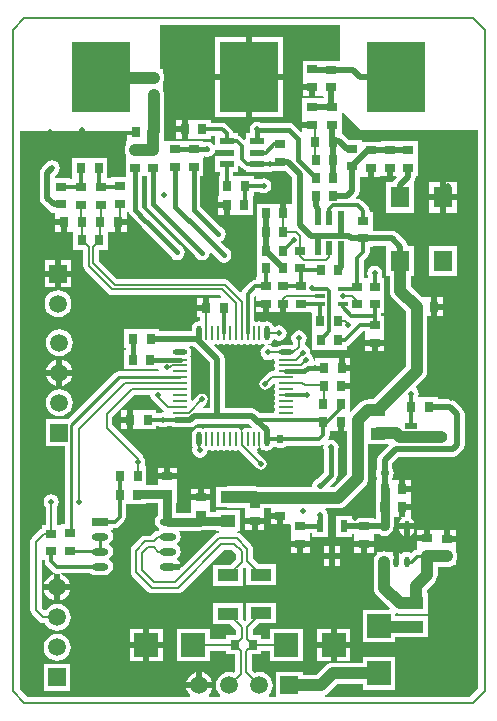
<source format=gtl>
%FSLAX25Y25*%
%MOIN*%
G70*
G01*
G75*
G04 Layer_Physical_Order=1*
G04 Layer_Color=255*
%ADD10R,0.02756X0.03347*%
%ADD11R,0.03347X0.02756*%
%ADD12O,0.05500X0.02500*%
%ADD13R,0.05500X0.02500*%
%ADD14R,0.07874X0.07874*%
%ADD15R,0.07087X0.03937*%
%ADD16R,0.05118X0.03937*%
%ADD17R,0.07874X0.07874*%
%ADD18O,0.01969X0.03543*%
%ADD19O,0.01969X0.03543*%
%ADD20R,0.01969X0.03543*%
%ADD21O,0.04724X0.00984*%
%ADD22R,0.04724X0.01772*%
%ADD23O,0.04724X0.01772*%
%ADD24O,0.00984X0.04724*%
%ADD25O,0.01772X0.04724*%
%ADD26R,0.03937X0.02362*%
%ADD27R,0.04724X0.02362*%
%ADD28R,0.06299X0.07087*%
%ADD29R,0.03347X0.01575*%
%ADD30R,0.02362X0.04724*%
%ADD31R,0.02362X0.03937*%
%ADD32C,0.02000*%
%ADD33C,0.01200*%
%ADD34C,0.04000*%
%ADD35C,0.00800*%
%ADD36C,0.01500*%
%ADD37C,0.01000*%
%ADD38C,0.03000*%
%ADD39C,0.00500*%
%ADD40R,0.05906X0.05906*%
%ADD41C,0.05906*%
%ADD42R,0.05906X0.05906*%
%ADD43R,0.19685X0.23622*%
%ADD44C,0.02000*%
%ADD45C,0.03000*%
G36*
X158161Y-149065D02*
X158161D01*
X158161Y-149065D01*
X163451Y-154356D01*
Y-169651D01*
X161342D01*
X161151Y-169189D01*
X162270Y-168070D01*
X162690Y-167441D01*
X162837Y-166700D01*
X162690Y-165959D01*
X162270Y-165330D01*
X161641Y-164910D01*
X160900Y-164763D01*
X160159Y-164910D01*
X159530Y-165330D01*
X157798Y-167063D01*
X157319Y-166918D01*
X157213Y-166386D01*
X157075Y-166179D01*
X157213Y-165972D01*
X157368Y-165194D01*
X157213Y-164417D01*
X157075Y-164210D01*
X157213Y-164003D01*
X157368Y-163226D01*
X157213Y-162449D01*
X157075Y-162242D01*
X157213Y-162035D01*
X157368Y-161258D01*
X157213Y-160480D01*
X157075Y-160273D01*
X157213Y-160066D01*
X157368Y-159289D01*
X157213Y-158512D01*
X157075Y-158305D01*
X157213Y-158098D01*
X157368Y-157320D01*
X157213Y-156543D01*
X157075Y-156336D01*
X157213Y-156129D01*
X157368Y-155352D01*
X157213Y-154575D01*
X157075Y-154368D01*
X157213Y-154161D01*
X157368Y-153383D01*
X157213Y-152606D01*
X156984Y-152262D01*
X157191Y-151952D01*
X157376Y-151021D01*
X157191Y-150090D01*
X156663Y-149301D01*
X156770Y-148949D01*
X158044D01*
X158161Y-149065D01*
D02*
G37*
G36*
X181473Y-148249D02*
X181678Y-148290D01*
X181775Y-148780D01*
X181119Y-149219D01*
X180566Y-150046D01*
X180372Y-151021D01*
X180566Y-151997D01*
X181119Y-152824D01*
X181946Y-153376D01*
X182921Y-153570D01*
X183897Y-153376D01*
X184522Y-152958D01*
X184689D01*
X185006Y-153345D01*
X184999Y-153383D01*
X185153Y-154161D01*
X185292Y-154368D01*
X185153Y-154575D01*
X184999Y-155352D01*
X185153Y-156129D01*
X185292Y-156336D01*
X185153Y-156543D01*
X184999Y-157320D01*
X184973Y-157352D01*
X184111D01*
X183370Y-157499D01*
X182741Y-157919D01*
X180530Y-160130D01*
X180110Y-160759D01*
X179963Y-161500D01*
X180110Y-162241D01*
X180530Y-162870D01*
X181159Y-163290D01*
X181900Y-163437D01*
X182641Y-163290D01*
X183270Y-162870D01*
X184604Y-161535D01*
X185083Y-161680D01*
X185153Y-162035D01*
X185292Y-162242D01*
X185153Y-162449D01*
X184999Y-163226D01*
X185153Y-164003D01*
X185292Y-164210D01*
X185153Y-164417D01*
X184999Y-165194D01*
X185153Y-165972D01*
X185292Y-166179D01*
X185153Y-166386D01*
X184999Y-167163D01*
X185153Y-167940D01*
X185292Y-168147D01*
X185153Y-168354D01*
X184999Y-169132D01*
X185153Y-169909D01*
X185292Y-170116D01*
X185153Y-170323D01*
X184999Y-171100D01*
X183887Y-171321D01*
X180305D01*
X179381Y-170398D01*
X178554Y-169845D01*
X177579Y-169651D01*
X168549D01*
Y-153300D01*
X168355Y-152324D01*
X167802Y-151498D01*
X164956Y-148651D01*
X165071Y-148272D01*
X165071Y-148272D01*
X165485Y-148272D01*
D01*
X166262Y-148426D01*
X167040Y-148272D01*
X167246Y-148134D01*
X167453Y-148272D01*
X168231Y-148426D01*
X169008Y-148272D01*
X169215Y-148134D01*
X169422Y-148272D01*
X170199Y-148426D01*
X170976Y-148272D01*
X171183Y-148134D01*
X171390Y-148272D01*
X172168Y-148426D01*
X172945Y-148272D01*
X173152Y-148134D01*
X173359Y-148272D01*
X174136Y-148426D01*
X174914Y-148272D01*
X175120Y-148134D01*
X175327Y-148272D01*
X176105Y-148426D01*
X176882Y-148272D01*
X177089Y-148134D01*
X177296Y-148272D01*
X178073Y-148426D01*
X178850Y-148272D01*
X179057Y-148134D01*
X179264Y-148272D01*
X180042Y-148426D01*
X180819Y-148272D01*
X181163Y-148042D01*
X181473Y-148249D01*
D02*
G37*
G36*
X169101Y-85440D02*
X165238D01*
Y-87121D01*
Y-90861D01*
X166959D01*
Y-92227D01*
X166417D01*
Y-98473D01*
X166417Y-98473D01*
X166417D01*
X166417Y-98573D01*
Y-98627D01*
X166217Y-98827D01*
X166217D01*
Y-101000D01*
X169096D01*
Y-101999D01*
X170095D01*
Y-105173D01*
X171972D01*
Y-105173D01*
X172122D01*
X172326Y-105173D01*
X172326Y-105173D01*
Y-105173D01*
X177878D01*
Y-98827D01*
X177878D01*
Y-98773D01*
X178078Y-98573D01*
X178078D01*
Y-97541D01*
X180105D01*
X180424Y-97755D01*
X181400Y-97949D01*
X182376Y-97755D01*
X183202Y-97202D01*
X183755Y-96376D01*
X183949Y-95400D01*
X183755Y-94424D01*
X183202Y-93598D01*
X182376Y-93045D01*
X181400Y-92851D01*
X180424Y-93045D01*
X180105Y-93259D01*
X178078D01*
Y-92227D01*
X172526D01*
X172526Y-92227D01*
Y-92227D01*
X172322Y-92227D01*
X172247D01*
X172172D01*
X171968Y-92227D01*
X171968Y-92227D01*
Y-92227D01*
X171241D01*
Y-90861D01*
X172962D01*
Y-88943D01*
X173424Y-88752D01*
X174366Y-89694D01*
X175061Y-90158D01*
X175474Y-90241D01*
Y-90861D01*
X183198D01*
Y-90861D01*
X183368Y-90723D01*
X183500Y-90749D01*
X184476Y-90555D01*
X184591Y-90478D01*
X188873D01*
X190851Y-92456D01*
Y-98200D01*
X190851Y-98200D01*
X190851D01*
Y-101527D01*
X189000D01*
Y-104701D01*
X187000D01*
Y-101527D01*
X185122D01*
D01*
D01*
X185122Y-101527D01*
X184972D01*
Y-101527D01*
X179217D01*
Y-107873D01*
Y-114073D01*
Y-120273D01*
Y-126016D01*
X178927D01*
Y-126753D01*
X178706D01*
X177886Y-126916D01*
X177191Y-127381D01*
X174591Y-129981D01*
X174127Y-130676D01*
X174118Y-130719D01*
X173640Y-130864D01*
X170006Y-127230D01*
X169378Y-126810D01*
X168636Y-126663D01*
X132702D01*
X126437Y-120398D01*
Y-116773D01*
X129584D01*
Y-110773D01*
X129878Y-110773D01*
D01*
D01*
X130028D01*
Y-110773D01*
X131905D01*
Y-107599D01*
X132905D01*
Y-106600D01*
X135784D01*
Y-104427D01*
D01*
Y-104427D01*
X135927Y-104283D01*
X136442D01*
X136480Y-104478D01*
X136978Y-105222D01*
X140428Y-108672D01*
X140428D01*
X140428Y-108672D01*
X141031Y-109275D01*
X141031D01*
X141031Y-109275D01*
X150324Y-118568D01*
X150345Y-118675D01*
X150898Y-119502D01*
X151725Y-120055D01*
X152700Y-120249D01*
X153675Y-120055D01*
X154502Y-119502D01*
X155055Y-118675D01*
X155249Y-117700D01*
X155055Y-116725D01*
X154502Y-115898D01*
X153675Y-115345D01*
X153568Y-115324D01*
X144275Y-106031D01*
X143672Y-105428D01*
X140894Y-102650D01*
Y-92278D01*
X142406D01*
Y-101500D01*
X142580Y-102378D01*
X143078Y-103122D01*
X143078Y-103122D01*
X143078Y-103122D01*
X158624Y-118668D01*
X158645Y-118775D01*
X159198Y-119602D01*
X160024Y-120155D01*
X161000Y-120349D01*
X161976Y-120155D01*
X162802Y-119602D01*
X163355Y-118775D01*
X163546Y-117814D01*
X164025Y-117669D01*
X165724Y-119368D01*
X165745Y-119475D01*
X166298Y-120302D01*
X167124Y-120855D01*
X168100Y-121049D01*
X169076Y-120855D01*
X169902Y-120302D01*
X170455Y-119475D01*
X170649Y-118500D01*
X170455Y-117525D01*
X169902Y-116698D01*
X169076Y-116145D01*
X168968Y-116124D01*
X167165Y-114320D01*
X167276Y-113955D01*
X168102Y-113402D01*
X168655Y-112575D01*
X168849Y-111600D01*
X168655Y-110625D01*
X168102Y-109798D01*
X167276Y-109245D01*
X167168Y-109224D01*
X160394Y-102450D01*
Y-92078D01*
X161273D01*
Y-86526D01*
X161273Y-86526D01*
D01*
D01*
X161273Y-86322D01*
Y-86306D01*
Y-86247D01*
Y-86234D01*
Y-86172D01*
X161273Y-86167D01*
X161558Y-85741D01*
X161660Y-85658D01*
X162594Y-85843D01*
X163570Y-85649D01*
X164397Y-85097D01*
X164759Y-84554D01*
X165238Y-84699D01*
Y-83440D01*
X169101D01*
Y-85440D01*
D02*
G37*
G36*
X165441Y-210568D02*
X166534D01*
X166583Y-211066D01*
X165859Y-211210D01*
X165230Y-211630D01*
X154385Y-222476D01*
X153812Y-222400D01*
X153717Y-223118D01*
X153700Y-223161D01*
X153460Y-223400D01*
X149537D01*
Y-221400D01*
X153600D01*
X153440Y-221013D01*
X152999Y-220439D01*
X152425Y-219998D01*
Y-219802D01*
X152999Y-219361D01*
X153440Y-218787D01*
X153717Y-218118D01*
X153812Y-217400D01*
X153717Y-216682D01*
X153440Y-216013D01*
X152999Y-215439D01*
X152425Y-214998D01*
Y-214802D01*
X152999Y-214361D01*
X153440Y-213787D01*
X153717Y-213118D01*
X153812Y-212400D01*
X153717Y-211682D01*
X153440Y-211013D01*
X152999Y-210439D01*
X153004Y-210426D01*
X160274D01*
X161057Y-210323D01*
X161354Y-210200D01*
X165441D01*
Y-210568D01*
D02*
G37*
G36*
X213800Y-76900D02*
X253016D01*
Y-262961D01*
X250261Y-265716D01*
X201957D01*
X201859Y-265225D01*
X202265Y-265057D01*
X202996Y-264496D01*
X202996Y-264496D01*
X202996Y-264496D01*
X205962Y-261530D01*
X214463D01*
Y-263437D01*
X225337D01*
Y-252563D01*
X214463D01*
Y-254470D01*
X204500D01*
X203586Y-254590D01*
X202735Y-254943D01*
X202004Y-255504D01*
X199038Y-258470D01*
X194453D01*
Y-257547D01*
X185547D01*
Y-265716D01*
X183250D01*
X183089Y-265242D01*
X183176Y-265176D01*
X183889Y-264246D01*
X184338Y-263162D01*
X184491Y-262000D01*
X184338Y-260838D01*
X183889Y-259754D01*
X183176Y-258824D01*
X182246Y-258110D01*
X181162Y-257662D01*
X180000Y-257509D01*
X178838Y-257662D01*
X178529Y-257790D01*
X177637Y-256898D01*
Y-251673D01*
X180678D01*
Y-250437D01*
X183615D01*
Y-253937D01*
X194489D01*
Y-243063D01*
X183615D01*
Y-246563D01*
X180678D01*
Y-245327D01*
X177887D01*
Y-244900D01*
Y-243252D01*
X179771Y-241369D01*
X185543D01*
Y-234432D01*
X175457D01*
Y-240204D01*
X175105Y-240555D01*
X174643Y-240364D01*
Y-234631D01*
X164557D01*
Y-241568D01*
X170329D01*
X172213Y-243452D01*
Y-245327D01*
X169017D01*
Y-246563D01*
X163485D01*
Y-243063D01*
X152611D01*
Y-253937D01*
X163485D01*
Y-250437D01*
X169017D01*
Y-251673D01*
X171963D01*
Y-257298D01*
X171471Y-257790D01*
X171162Y-257662D01*
X170000Y-257509D01*
X168838Y-257662D01*
X167754Y-258110D01*
X166824Y-258824D01*
X166111Y-259754D01*
X165662Y-260838D01*
X165509Y-262000D01*
X165662Y-263162D01*
X166111Y-264246D01*
X166824Y-265176D01*
X166911Y-265242D01*
X166750Y-265716D01*
X163250D01*
X163089Y-265242D01*
X163176Y-265176D01*
X163890Y-264246D01*
X164338Y-263162D01*
X164359Y-263000D01*
X155640D01*
X155662Y-263162D01*
X156111Y-264246D01*
X156824Y-265176D01*
X156911Y-265242D01*
X156750Y-265716D01*
X102739D01*
X100084Y-263061D01*
Y-77200D01*
X138795D01*
Y-78400D01*
X135916D01*
Y-80573D01*
D01*
Y-80573D01*
X135873Y-80616D01*
X135427D01*
Y-82009D01*
X135190Y-82581D01*
X135070Y-83495D01*
X135190Y-84408D01*
X135427Y-84980D01*
Y-86372D01*
X135427Y-86372D01*
X135427Y-86522D01*
X135427D01*
Y-92278D01*
D01*
Y-92278D01*
X135083Y-92622D01*
X130527D01*
Y-93016D01*
X130473D01*
Y-93016D01*
X129283D01*
Y-92673D01*
X129283D01*
Y-86327D01*
X123528D01*
D01*
D01*
X123528Y-86327D01*
X123378D01*
Y-86327D01*
X117622D01*
Y-92673D01*
X117622D01*
Y-92921D01*
X117427Y-93116D01*
X117427D01*
Y-93116D01*
X117168D01*
X116973Y-92922D01*
Y-92922D01*
X111849D01*
Y-92256D01*
X112628Y-91477D01*
X112837Y-91337D01*
X113390Y-90510D01*
X113584Y-89535D01*
X113390Y-88559D01*
X112837Y-87732D01*
X112802Y-87698D01*
X111976Y-87145D01*
X111000Y-86951D01*
X110024Y-87145D01*
X109198Y-87698D01*
X107498Y-89398D01*
X106945Y-90224D01*
X106751Y-91200D01*
Y-99500D01*
X106945Y-100476D01*
X107498Y-101302D01*
X109703Y-103508D01*
X110530Y-104060D01*
X110627Y-104080D01*
Y-104584D01*
X112016D01*
Y-106600D01*
X114895D01*
Y-107599D01*
X115894D01*
Y-110773D01*
X117772D01*
D01*
X117772D01*
X117922Y-110923D01*
Y-116773D01*
X121234D01*
X121263Y-116802D01*
Y-122200D01*
X121263Y-122200D01*
X121263D01*
X121410Y-122941D01*
X121830Y-123570D01*
X129630Y-131370D01*
X129630D01*
X129630Y-131370D01*
X129630Y-131370D01*
Y-131370D01*
X130259Y-131790D01*
X131000Y-131937D01*
X166865D01*
X167393Y-132465D01*
X167201Y-132927D01*
X165222D01*
D01*
D01*
X165222Y-132927D01*
X165072D01*
Y-132927D01*
X163195D01*
Y-136101D01*
X162196D01*
Y-137100D01*
X159317D01*
Y-139273D01*
X160388D01*
Y-140307D01*
X160002Y-140624D01*
X159963Y-140616D01*
X159032Y-140801D01*
X158243Y-141329D01*
X157716Y-142118D01*
X157530Y-143049D01*
Y-143851D01*
X146684D01*
Y-143227D01*
X141131D01*
X141131Y-143227D01*
Y-143227D01*
X140928Y-143227D01*
X140853D01*
X140778D01*
X140574Y-143227D01*
X140574Y-143227D01*
Y-143227D01*
X135022D01*
Y-149573D01*
X135506D01*
Y-150227D01*
X134922D01*
Y-156573D01*
X140678D01*
Y-156573D01*
X140828D01*
X141032Y-156573D01*
X141032Y-156573D01*
Y-156573D01*
X146376D01*
X146590Y-157025D01*
X146405Y-157250D01*
X133311D01*
X132531Y-157405D01*
X131869Y-157847D01*
X116369Y-173347D01*
X108847D01*
Y-182253D01*
X115214D01*
Y-208316D01*
X113827D01*
Y-208517D01*
X112637D01*
Y-202401D01*
X113055Y-201776D01*
X113249Y-200800D01*
X113055Y-199825D01*
X112502Y-198998D01*
X111676Y-198445D01*
X110700Y-198251D01*
X109724Y-198445D01*
X108898Y-198998D01*
X108345Y-199825D01*
X108151Y-200800D01*
X108345Y-201776D01*
X108763Y-202401D01*
Y-208517D01*
X107527D01*
Y-209654D01*
X107344Y-209776D01*
X106973Y-210025D01*
X104267Y-212730D01*
X103847Y-213359D01*
X103700Y-214100D01*
Y-236937D01*
X103847Y-237678D01*
X104267Y-238307D01*
X106630Y-240670D01*
X107259Y-241090D01*
X108000Y-241237D01*
X108583D01*
X108711Y-241546D01*
X109424Y-242476D01*
X110354Y-243190D01*
X111438Y-243638D01*
X112600Y-243791D01*
X113762Y-243638D01*
X114846Y-243190D01*
X115776Y-242476D01*
X116490Y-241546D01*
X116938Y-240462D01*
X117091Y-239300D01*
X116938Y-238138D01*
X116490Y-237054D01*
X115776Y-236124D01*
X114846Y-235410D01*
X113762Y-234962D01*
X112600Y-234809D01*
X111438Y-234962D01*
X110354Y-235410D01*
X109424Y-236124D01*
X108847Y-236876D01*
X108348Y-236909D01*
X107574Y-236135D01*
Y-220178D01*
X108559D01*
Y-220600D01*
X108722Y-221419D01*
X109186Y-222114D01*
X110386Y-223314D01*
X110386Y-223314D01*
X110986Y-223914D01*
X111681Y-224378D01*
X111681Y-224378D01*
X111681Y-224378D01*
D01*
X111681Y-224378D01*
X111681Y-224378D01*
X111844Y-224411D01*
X111828Y-224910D01*
X112600Y-224809D01*
X113600Y-224940D01*
Y-228300D01*
X116960D01*
X116938Y-228138D01*
X116490Y-227054D01*
X115776Y-226124D01*
X114846Y-225411D01*
X113931Y-225031D01*
X114028Y-224541D01*
X123673D01*
X124013Y-224802D01*
X124682Y-225079D01*
X125400Y-225174D01*
X128400D01*
X129118Y-225079D01*
X129787Y-224802D01*
X130361Y-224361D01*
X130802Y-223787D01*
X131079Y-223118D01*
X131174Y-222400D01*
X131079Y-221682D01*
X130802Y-221013D01*
X130361Y-220439D01*
X129787Y-219998D01*
Y-219802D01*
X130361Y-219361D01*
X130802Y-218787D01*
X131079Y-218118D01*
X131174Y-217400D01*
X131079Y-216682D01*
X130802Y-216013D01*
X130361Y-215439D01*
X129787Y-214998D01*
Y-214802D01*
X130361Y-214361D01*
X130802Y-213787D01*
X131079Y-213118D01*
X131174Y-212400D01*
X131079Y-211682D01*
X130802Y-211013D01*
X130361Y-210439D01*
X130459Y-210150D01*
X131150D01*
Y-209541D01*
X131800D01*
X132619Y-209378D01*
X133314Y-208914D01*
X134914Y-207314D01*
X135378Y-206619D01*
X135378Y-206619D01*
X135378Y-206619D01*
X135541Y-205800D01*
Y-201673D01*
X136278D01*
Y-201673D01*
X136278D01*
X136278Y-201673D01*
X136428D01*
Y-201673D01*
X142183D01*
Y-201231D01*
X146274D01*
Y-205287D01*
X146077Y-205439D01*
X145636Y-206013D01*
X145359Y-206682D01*
X145264Y-207400D01*
X145359Y-208118D01*
X145636Y-208787D01*
X146077Y-209361D01*
X146453Y-209650D01*
Y-210150D01*
X146077Y-210439D01*
X146001Y-210538D01*
X145636Y-210610D01*
X145007Y-211030D01*
X143975Y-212063D01*
X142054D01*
X141313Y-212210D01*
X140685Y-212630D01*
X137630Y-215685D01*
X137210Y-216313D01*
X137063Y-217054D01*
Y-224146D01*
X137063Y-224146D01*
X137063D01*
X137210Y-224887D01*
X137630Y-225515D01*
X142885Y-230770D01*
X143513Y-231190D01*
X144254Y-231337D01*
X152746D01*
X153487Y-231190D01*
X154115Y-230770D01*
X168148Y-216737D01*
X170898D01*
X172213Y-218052D01*
Y-219952D01*
X170329Y-221836D01*
X164557D01*
Y-228773D01*
X174643D01*
Y-223001D01*
X174900Y-222744D01*
X175224D01*
X175457Y-222841D01*
Y-228573D01*
X185543D01*
Y-221636D01*
X179771D01*
X177887Y-219752D01*
Y-216504D01*
X177740Y-215763D01*
X177320Y-215135D01*
X173815Y-211630D01*
X173187Y-211210D01*
X172446Y-211063D01*
Y-210922D01*
X172799Y-210568D01*
X173559D01*
Y-203631D01*
X165441D01*
Y-204148D01*
X163673D01*
Y-202532D01*
X163673Y-202532D01*
D01*
D01*
X163673Y-202328D01*
Y-202312D01*
Y-202253D01*
X163673Y-202178D01*
X163673Y-201974D01*
X163673Y-201974D01*
X163673D01*
Y-200300D01*
X157327D01*
Y-201974D01*
X157327Y-201974D01*
X157327D01*
X157327Y-202178D01*
Y-202328D01*
D01*
D01*
X157327D01*
Y-204374D01*
X152326D01*
Y-201083D01*
X152473D01*
Y-195531D01*
X152473Y-195531D01*
D01*
D01*
X152473Y-195328D01*
Y-195312D01*
Y-195253D01*
X152473Y-195178D01*
X152473Y-194974D01*
X152473Y-194974D01*
X152473D01*
Y-193300D01*
X146127D01*
Y-194826D01*
X146127Y-194826D01*
X146127D01*
X146127Y-195178D01*
X146125Y-195180D01*
X142283D01*
Y-188927D01*
X142104D01*
X141787Y-188540D01*
X141955Y-187700D01*
X141761Y-186724D01*
X141256Y-185970D01*
X141195Y-185664D01*
X140775Y-185036D01*
X131037Y-175298D01*
Y-172402D01*
X138276Y-165163D01*
X143621D01*
X143651Y-165200D01*
X143845Y-166175D01*
X144398Y-167002D01*
X145197Y-167536D01*
X148157Y-170496D01*
X148124Y-170558D01*
X147876Y-170928D01*
X147800Y-170913D01*
X146825Y-171107D01*
X146505Y-171321D01*
X145684D01*
Y-170227D01*
X140131D01*
X140131Y-170227D01*
Y-170227D01*
X139928Y-170227D01*
X139853D01*
X139778D01*
X139574Y-170227D01*
X139574Y-170227D01*
Y-170227D01*
X137900D01*
Y-173401D01*
Y-176573D01*
X139778D01*
Y-176573D01*
X139928D01*
X140131Y-176573D01*
X140131Y-176573D01*
Y-176573D01*
X145684D01*
Y-175603D01*
X146505D01*
X146825Y-175817D01*
X147800Y-176011D01*
X148775Y-175817D01*
X149095Y-175603D01*
X150901D01*
X151060Y-175710D01*
X151990Y-175895D01*
X152882D01*
X153467Y-176011D01*
X157038D01*
X158013Y-175817D01*
X158840Y-175265D01*
X159356Y-174749D01*
X176523D01*
X177039Y-175265D01*
X177496Y-175722D01*
X177391Y-176069D01*
X176920Y-176237D01*
X176882Y-176212D01*
X176105Y-176057D01*
X175327Y-176212D01*
X175120Y-176350D01*
X175120Y-176350D01*
X174668Y-176652D01*
X174228Y-177311D01*
X174136Y-177772D01*
X174044Y-177311D01*
X173604Y-176652D01*
X173152Y-176350D01*
X173152Y-176350D01*
X172945Y-176212D01*
X172168Y-176057D01*
X171390Y-176212D01*
X171183Y-176350D01*
X170976Y-176212D01*
X170199Y-176057D01*
X169422Y-176212D01*
X169215Y-176350D01*
X169008Y-176212D01*
X168231Y-176057D01*
X167453Y-176212D01*
X167246Y-176350D01*
X167040Y-176212D01*
X166262Y-176057D01*
X165485Y-176212D01*
X165278Y-176350D01*
X165071Y-176212D01*
X164294Y-176057D01*
X163516Y-176212D01*
X163309Y-176350D01*
X163102Y-176212D01*
X162325Y-176057D01*
X161548Y-176212D01*
X161204Y-176442D01*
X160894Y-176234D01*
X159963Y-176049D01*
X159032Y-176234D01*
X158243Y-176762D01*
X157716Y-177551D01*
X157530Y-178482D01*
Y-181435D01*
X157716Y-182366D01*
X157783Y-182467D01*
X157745Y-182525D01*
X157551Y-183500D01*
X157745Y-184476D01*
X158298Y-185302D01*
X159125Y-185855D01*
X160100Y-186049D01*
X161075Y-185855D01*
X161902Y-185302D01*
X162455Y-184476D01*
X162588Y-183807D01*
X163102Y-183705D01*
X163309Y-183567D01*
X163516Y-183705D01*
X164294Y-183860D01*
X165071Y-183705D01*
X165278Y-183567D01*
X165485Y-183705D01*
X166262Y-183860D01*
X167040Y-183705D01*
X167246Y-183567D01*
X167453Y-183705D01*
X168231Y-183860D01*
X169008Y-183705D01*
X169215Y-183567D01*
X169422Y-183705D01*
X170199Y-183860D01*
X170976Y-183705D01*
X171183Y-183567D01*
X171390Y-183705D01*
X172168Y-183860D01*
X172945Y-183705D01*
X173137Y-183577D01*
X179130Y-189570D01*
X179759Y-189990D01*
X180500Y-190137D01*
X181241Y-189990D01*
X181870Y-189570D01*
X182290Y-188941D01*
X182437Y-188200D01*
X182290Y-187459D01*
X181870Y-186830D01*
X179225Y-184185D01*
X179460Y-183744D01*
X179264Y-183705D01*
X179057Y-183567D01*
X179510Y-183265D01*
X179950Y-182606D01*
X180077Y-181967D01*
X180156Y-182366D01*
X180684Y-183155D01*
X181042Y-183394D01*
Y-183556D01*
X181163Y-183475D01*
X181473Y-183682D01*
X182404Y-183867D01*
X183335Y-183682D01*
X184124Y-183155D01*
X184637Y-182387D01*
X184703Y-182376D01*
X185404Y-182515D01*
X185487Y-182579D01*
X186217Y-182881D01*
X187000Y-182984D01*
X187783Y-182881D01*
X188513Y-182579D01*
X189138Y-182099D01*
X199942D01*
X200761Y-181937D01*
X201050Y-181743D01*
X201466Y-182021D01*
X201351Y-182600D01*
X201545Y-183575D01*
X201606Y-183667D01*
Y-190802D01*
X199358Y-193050D01*
X199250Y-193071D01*
X198424Y-193624D01*
X197871Y-194450D01*
X197677Y-195426D01*
X197694Y-195509D01*
X197376Y-195896D01*
X179629D01*
X179437Y-195816D01*
X178523Y-195696D01*
X169500D01*
X169031Y-195757D01*
X165441D01*
Y-202695D01*
X169031D01*
X169500Y-202756D01*
X175350D01*
Y-204068D01*
X175350Y-204068D01*
X175350D01*
X175350Y-204272D01*
Y-204422D01*
D01*
D01*
D01*
X175350D01*
D01*
Y-206300D01*
X181696D01*
Y-204626D01*
X181696Y-204626D01*
D01*
D01*
X181696Y-204422D01*
Y-204406D01*
Y-204347D01*
X181696Y-204272D01*
X181696Y-204068D01*
X181696Y-204068D01*
X181696D01*
Y-202956D01*
X183827D01*
Y-204400D01*
X187001D01*
Y-205399D01*
X188000D01*
Y-208278D01*
X190173D01*
D01*
X190173D01*
X190527Y-208631D01*
Y-211674D01*
X190527Y-211674D01*
X190527D01*
X190527Y-211878D01*
Y-212028D01*
D01*
D01*
D01*
X190527D01*
D01*
Y-213906D01*
X196873D01*
Y-212231D01*
X196873Y-212231D01*
D01*
D01*
X196873Y-212028D01*
Y-212012D01*
Y-211953D01*
X196873Y-211878D01*
X196873Y-211674D01*
X196873Y-211674D01*
X196873D01*
Y-211294D01*
X197545D01*
Y-212469D01*
X202907D01*
Y-205532D01*
X202907D01*
X202736Y-205323D01*
X202775Y-205126D01*
X202581Y-204151D01*
X202028Y-203324D01*
X202140Y-202956D01*
X206374D01*
X207288Y-202836D01*
X208139Y-202483D01*
X208870Y-201922D01*
X215296Y-195496D01*
X215857Y-194765D01*
X216210Y-193914D01*
X216330Y-193000D01*
Y-181543D01*
X218931D01*
X219400Y-181604D01*
X219869Y-181543D01*
X222899D01*
X223091Y-182004D01*
X219992Y-185103D01*
X219440Y-185930D01*
X219246Y-186906D01*
Y-189701D01*
X219180Y-189787D01*
X218877Y-190517D01*
X218774Y-191300D01*
X218877Y-192083D01*
X219180Y-192813D01*
X219246Y-192899D01*
Y-193527D01*
X218917D01*
Y-195809D01*
X218872Y-195917D01*
X218769Y-196700D01*
Y-206451D01*
X218073D01*
Y-206122D01*
X211727D01*
Y-206451D01*
X210781D01*
Y-205532D01*
X205419D01*
Y-212469D01*
X210781D01*
Y-211549D01*
X211727D01*
D01*
Y-211674D01*
Y-211674D01*
D01*
Y-211878D01*
Y-211878D01*
Y-212028D01*
D01*
D01*
D01*
X211727D01*
D01*
Y-213906D01*
X218073D01*
Y-212231D01*
X218073Y-212231D01*
D01*
D01*
X218073Y-212028D01*
Y-212012D01*
Y-211953D01*
X218073Y-211878D01*
X218073Y-211674D01*
X218073Y-211674D01*
X218073D01*
Y-211549D01*
X219897D01*
X219909Y-211567D01*
X220731Y-212117D01*
X221700Y-212309D01*
X222669Y-212117D01*
X223491Y-211567D01*
X223726Y-211216D01*
X223840Y-211129D01*
X223934Y-211034D01*
X224415Y-210407D01*
X224717Y-209678D01*
X224820Y-208894D01*
Y-205873D01*
X226606D01*
Y-202699D01*
X227605D01*
Y-201700D01*
X230484D01*
Y-199873D01*
X230578D01*
Y-197700D01*
X227699D01*
Y-196701D01*
X226700D01*
Y-193527D01*
X224822D01*
D01*
D01*
X224822Y-193527D01*
X224672D01*
D01*
X224343Y-193527D01*
Y-192913D01*
X224420Y-192813D01*
X224723Y-192083D01*
X224826Y-191300D01*
X224723Y-190517D01*
X224420Y-189787D01*
X224343Y-189687D01*
Y-187961D01*
X226482Y-185823D01*
X227232D01*
Y-185955D01*
X234169D01*
Y-185823D01*
X244526D01*
X245501Y-185629D01*
X246328Y-185076D01*
X246328Y-185076D01*
X246328Y-185076D01*
X247702Y-183702D01*
X248255Y-182876D01*
X248449Y-181900D01*
X248449Y-181900D01*
X248449Y-181900D01*
Y-181900D01*
Y-171600D01*
X248449Y-171600D01*
X248449Y-171600D01*
Y-171600D01*
X248449D01*
X248449Y-171600D01*
X248255Y-170624D01*
X247702Y-169798D01*
X245202Y-167298D01*
X244375Y-166745D01*
X243400Y-166551D01*
X239510D01*
Y-165927D01*
X233754D01*
D01*
D01*
X233754Y-165927D01*
X233604D01*
Y-165927D01*
X233319D01*
X233002Y-165540D01*
X233149Y-164800D01*
X232955Y-163824D01*
X232402Y-162998D01*
X232246Y-162893D01*
X232197Y-162396D01*
X234896Y-159696D01*
X235457Y-158965D01*
X235810Y-158114D01*
X235930Y-157200D01*
X235930Y-157200D01*
X235930Y-157200D01*
Y-157200D01*
Y-138973D01*
X237305D01*
Y-135801D01*
Y-132627D01*
X235428D01*
D01*
D01*
X235428Y-132627D01*
X235278D01*
Y-132627D01*
X234219D01*
X230557Y-128964D01*
Y-125643D01*
X231676D01*
Y-115557D01*
X229522D01*
X229382Y-114851D01*
X228829Y-114024D01*
X226002Y-111198D01*
X225175Y-110645D01*
X224200Y-110451D01*
X217773D01*
X217773Y-110122D01*
D01*
Y-109972D01*
X217773D01*
Y-104217D01*
X216741D01*
Y-103800D01*
X216578Y-102981D01*
X216114Y-102286D01*
X214314Y-100486D01*
X213619Y-100022D01*
X212800Y-99859D01*
X212499D01*
X212308Y-99397D01*
X212702Y-99002D01*
X213255Y-98176D01*
X213449Y-97200D01*
Y-92378D01*
X213927D01*
Y-92378D01*
X216100D01*
Y-89499D01*
X218100D01*
Y-92378D01*
X220273D01*
Y-92283D01*
X220273D01*
X220427D01*
X220627Y-92283D01*
X220627Y-92283D01*
Y-92283D01*
X222600D01*
Y-89404D01*
X224600D01*
Y-92283D01*
X225658D01*
X225850Y-92745D01*
X225224Y-93371D01*
X224672Y-94198D01*
X224652Y-94297D01*
X222377D01*
Y-104384D01*
X231676D01*
Y-94297D01*
X231676Y-94297D01*
X231676D01*
X231601Y-94155D01*
X232055Y-93476D01*
X232249Y-92500D01*
Y-92278D01*
X232873D01*
Y-86726D01*
X232873Y-86726D01*
D01*
D01*
X232873Y-86522D01*
Y-86506D01*
Y-86447D01*
X232873Y-86372D01*
X232873Y-86168D01*
X232873Y-86168D01*
X232873D01*
Y-80616D01*
X226527D01*
Y-80622D01*
X220427D01*
Y-80717D01*
X220273D01*
Y-80717D01*
X214073D01*
Y-80222D01*
X209827D01*
X208402Y-78798D01*
X207575Y-78245D01*
X207478Y-78226D01*
Y-77727D01*
X207473D01*
Y-72228D01*
D01*
Y-72228D01*
X207473Y-72228D01*
Y-72078D01*
X207473D01*
Y-71227D01*
X207935Y-71035D01*
X213800Y-76900D01*
D02*
G37*
G36*
X208200Y-177273D02*
X209270D01*
Y-191538D01*
X204912Y-195896D01*
X203654D01*
X203462Y-195434D01*
X205522Y-193374D01*
X206019Y-192630D01*
X206194Y-191752D01*
Y-183667D01*
X206255Y-183575D01*
X206449Y-182600D01*
X206255Y-181624D01*
X205702Y-180798D01*
X204875Y-180245D01*
X203900Y-180051D01*
X203337Y-180163D01*
X203059Y-179747D01*
X203278Y-179419D01*
X203441Y-178600D01*
X203441Y-178600D01*
X203441Y-178600D01*
Y-178600D01*
Y-177273D01*
X204172D01*
Y-177273D01*
X204172D01*
X204172Y-177273D01*
X204322D01*
Y-177273D01*
X206200D01*
Y-174099D01*
X208200D01*
Y-177273D01*
D02*
G37*
G36*
X207000Y-53922D02*
X200827D01*
D01*
X200827D01*
X200773Y-53869D01*
Y-53822D01*
X194427D01*
Y-59374D01*
X194427Y-59374D01*
X194427D01*
X194427Y-59578D01*
Y-59728D01*
D01*
D01*
D01*
X194427D01*
D01*
Y-61606D01*
X197601D01*
Y-62604D01*
X198600D01*
Y-65483D01*
X200773D01*
X200773Y-65483D01*
D01*
X200827Y-65583D01*
X200827D01*
D01*
D01*
X201097Y-65583D01*
X201451Y-65937D01*
Y-66322D01*
X201127Y-66322D01*
D01*
X200673D01*
Y-66322D01*
X194327D01*
Y-72078D01*
X194327Y-72078D01*
X194327Y-72228D01*
X194327D01*
Y-74106D01*
X197501D01*
Y-76105D01*
X194327D01*
Y-77329D01*
X193865Y-77521D01*
X191458Y-75114D01*
X190714Y-74617D01*
X189836Y-74442D01*
X180421D01*
X180275Y-74345D01*
X179300Y-74151D01*
X178324Y-74345D01*
X177498Y-74898D01*
X176945Y-75725D01*
X176751Y-76700D01*
X176936Y-77632D01*
X176848Y-77740D01*
X176431Y-78019D01*
X175474D01*
Y-79993D01*
X175012Y-80184D01*
X174014Y-79186D01*
X173319Y-78722D01*
X172962Y-78651D01*
Y-78019D01*
X171241D01*
Y-78000D01*
X171078Y-77181D01*
X170614Y-76486D01*
X169214Y-75086D01*
X168519Y-74622D01*
X167700Y-74459D01*
X163883D01*
Y-73427D01*
X158332D01*
X158332Y-73427D01*
Y-73427D01*
X158128Y-73427D01*
X158053D01*
X157978D01*
X157774Y-73427D01*
X157774Y-73427D01*
Y-73427D01*
X156100D01*
Y-76601D01*
Y-79773D01*
X157978D01*
Y-79773D01*
X158128D01*
X158332Y-79773D01*
X158332Y-79773D01*
Y-79773D01*
X163883D01*
Y-78741D01*
X165238D01*
Y-81889D01*
X164759Y-82034D01*
X164397Y-81492D01*
X163570Y-80940D01*
X162594Y-80746D01*
X161660Y-80931D01*
X161558Y-80848D01*
X161273Y-80422D01*
Y-80417D01*
X148627D01*
Y-80417D01*
X148584D01*
X148230Y-80063D01*
Y-78060D01*
X148330Y-77300D01*
Y-65300D01*
X148210Y-64386D01*
X147973Y-63815D01*
Y-62422D01*
D01*
Y-62422D01*
X147973Y-62422D01*
Y-62272D01*
X147973D01*
Y-60880D01*
X148210Y-60308D01*
X148330Y-59395D01*
X148210Y-58481D01*
X147973Y-57909D01*
Y-56516D01*
X147000D01*
Y-41989D01*
X207000D01*
Y-53922D01*
D02*
G37*
G36*
X222377Y-115557D02*
X222377Y-115557D01*
X222377Y-115557D01*
Y-125643D01*
X223497D01*
Y-130427D01*
X223617Y-131341D01*
X223970Y-132192D01*
X224531Y-132923D01*
X228870Y-137262D01*
Y-155738D01*
X219304Y-165304D01*
X217938Y-166670D01*
X216200D01*
X216200Y-166670D01*
X215731Y-166732D01*
X215341D01*
Y-166783D01*
X215286Y-166790D01*
X214435Y-167143D01*
X213704Y-167704D01*
X210540Y-170868D01*
X210078Y-170676D01*
Y-165373D01*
X210178D01*
Y-163200D01*
X207299D01*
Y-161200D01*
X210178D01*
Y-159373D01*
X210378D01*
Y-157200D01*
X207499D01*
Y-156201D01*
X206500D01*
Y-153027D01*
X204622D01*
D01*
D01*
X204622Y-153027D01*
X204472D01*
Y-153027D01*
X198716D01*
Y-153555D01*
X198600Y-153651D01*
X198183Y-153734D01*
X198149Y-153700D01*
X197955Y-152725D01*
X197402Y-151898D01*
X196895Y-151559D01*
X196996Y-151053D01*
X196802Y-150078D01*
X196249Y-149251D01*
X195422Y-148698D01*
X195137Y-148642D01*
Y-147801D01*
X195555Y-147176D01*
X195749Y-146200D01*
X195555Y-145224D01*
X195002Y-144398D01*
X194176Y-143845D01*
X193200Y-143651D01*
X192225Y-143845D01*
X191398Y-144398D01*
X190845Y-145224D01*
X190651Y-146200D01*
X190845Y-147176D01*
X191263Y-147801D01*
Y-148371D01*
X190876Y-148688D01*
X190376Y-148589D01*
X187424D01*
X186493Y-148774D01*
X186029Y-149084D01*
X184522D01*
X183897Y-148666D01*
X182921Y-148472D01*
X182894Y-148337D01*
X183335Y-148249D01*
X184124Y-147722D01*
X184651Y-146932D01*
X184684Y-146768D01*
X185146Y-146577D01*
X185599Y-146880D01*
X186575Y-147074D01*
X187550Y-146880D01*
X188377Y-146328D01*
X188930Y-145501D01*
X189124Y-144525D01*
X188930Y-143550D01*
X188377Y-142723D01*
X187550Y-142170D01*
X186575Y-141976D01*
X185599Y-142170D01*
X185146Y-142473D01*
X184684Y-142282D01*
X184651Y-142118D01*
X184124Y-141329D01*
X183335Y-140801D01*
X182404Y-140616D01*
X181473Y-140801D01*
X181163Y-141008D01*
X180819Y-140779D01*
X180042Y-140624D01*
X179264Y-140779D01*
X179057Y-140917D01*
X178850Y-140779D01*
X178246Y-140658D01*
Y-136000D01*
X178246Y-136000D01*
X178246Y-136000D01*
Y-136000D01*
Y-132522D01*
X178662Y-132245D01*
X178927Y-132354D01*
Y-133800D01*
X182101D01*
Y-134799D01*
X183100D01*
Y-137678D01*
X184827D01*
Y-137683D01*
X187000D01*
Y-134804D01*
X189000D01*
Y-137683D01*
X191173D01*
Y-137678D01*
X197073D01*
D01*
X197073D01*
X197416Y-138021D01*
Y-143673D01*
X197517D01*
Y-143727D01*
X197517D01*
Y-150073D01*
X203272D01*
Y-150073D01*
X203272D01*
X203272Y-150073D01*
X203422D01*
Y-150073D01*
X209178D01*
Y-148946D01*
X209519Y-148878D01*
X210214Y-148414D01*
X210214Y-148414D01*
X210214Y-148414D01*
X214592Y-144036D01*
X215327D01*
Y-144569D01*
X215327Y-144569D01*
X215327D01*
X215327Y-144772D01*
Y-144922D01*
D01*
D01*
D01*
X215327D01*
D01*
Y-146800D01*
X221673D01*
Y-145126D01*
X221673Y-145126D01*
D01*
D01*
X221673Y-144922D01*
Y-144906D01*
Y-144847D01*
X221673Y-144772D01*
X221673Y-144569D01*
X221673Y-144569D01*
X221673D01*
Y-139016D01*
X220641D01*
Y-138800D01*
X220641Y-138800D01*
X220641Y-138800D01*
Y-138800D01*
Y-137878D01*
X221673D01*
Y-132122D01*
D01*
Y-132122D01*
X221673Y-132122D01*
Y-131972D01*
X221673D01*
Y-126216D01*
X221024D01*
X220788Y-125776D01*
X220855Y-125675D01*
X221049Y-124700D01*
X220855Y-123724D01*
X220302Y-122898D01*
X219476Y-122345D01*
X218500Y-122151D01*
X217525Y-122345D01*
X216698Y-122898D01*
X216145Y-123724D01*
X215951Y-124700D01*
X216145Y-125675D01*
X216212Y-125776D01*
X215976Y-126216D01*
X214741D01*
Y-120287D01*
X216114Y-118914D01*
X216578Y-118219D01*
X216741Y-117400D01*
X216741Y-117400D01*
X216741Y-117400D01*
Y-117400D01*
Y-115878D01*
X217773D01*
Y-115549D01*
X222377D01*
Y-115557D01*
D02*
G37*
%LPC*%
G36*
X239073Y-210117D02*
Y-210117D01*
X236900D01*
Y-212996D01*
X235901D01*
Y-213995D01*
X232727D01*
Y-215872D01*
X232727Y-215872D01*
X232727Y-216022D01*
X232727D01*
Y-216634D01*
X232500Y-216861D01*
X232500D01*
Y-216861D01*
D01*
D01*
D01*
X231720Y-217016D01*
X231058Y-217458D01*
X230566Y-217951D01*
X230150Y-217672D01*
X229180Y-217480D01*
X228211Y-217672D01*
X227389Y-218222D01*
X227231D01*
X226440Y-217693D01*
Y-220801D01*
X225230D01*
Y-220800D01*
X225110Y-219886D01*
X224757Y-219035D01*
X224440Y-218621D01*
Y-217693D01*
X224463Y-217677D01*
X224184Y-217528D01*
Y-217528D01*
X224184Y-217528D01*
X222948D01*
X222614Y-217390D01*
X221700Y-217270D01*
X220786Y-217390D01*
X220452Y-217528D01*
X219216D01*
Y-218295D01*
X219204Y-218304D01*
X218643Y-219035D01*
X218290Y-219886D01*
X218170Y-220800D01*
Y-229500D01*
X218170Y-229500D01*
X218170D01*
X218290Y-230414D01*
X218643Y-231265D01*
X219204Y-231996D01*
X223561Y-236353D01*
X223369Y-236815D01*
X214463D01*
Y-247689D01*
X225337D01*
Y-246030D01*
X232200D01*
X232669Y-245969D01*
X236259D01*
Y-239032D01*
X232669D01*
X232200Y-238970D01*
X225337D01*
Y-238248D01*
X225753Y-237970D01*
X225912Y-238036D01*
X226826Y-238156D01*
X232200D01*
X232669Y-238094D01*
X236259D01*
Y-231157D01*
X235730D01*
Y-230262D01*
X238396Y-227596D01*
X238957Y-226865D01*
X239310Y-226014D01*
X239430Y-225100D01*
Y-222430D01*
X241599D01*
X242400Y-222536D01*
X243314Y-222415D01*
X244165Y-222063D01*
X244399Y-221884D01*
X245573D01*
Y-220491D01*
X245810Y-219919D01*
X245930Y-219005D01*
X245810Y-218092D01*
X245573Y-217520D01*
Y-216128D01*
D01*
Y-216128D01*
X245573Y-216128D01*
Y-215978D01*
X245573D01*
Y-214100D01*
X242399D01*
Y-213101D01*
X241400D01*
Y-210222D01*
X239227D01*
Y-210222D01*
X239179D01*
X239073Y-210117D01*
D02*
G37*
G36*
X245573Y-210222D02*
X243400D01*
Y-212100D01*
X245573D01*
Y-210222D01*
D02*
G37*
G36*
X196873Y-215905D02*
X194700D01*
Y-217783D01*
X196873D01*
Y-215905D01*
D02*
G37*
G36*
X192700D02*
X190527D01*
Y-217783D01*
X192700D01*
Y-215905D01*
D02*
G37*
G36*
X218073D02*
X215900D01*
Y-217783D01*
X218073D01*
Y-215905D01*
D02*
G37*
G36*
X213900D02*
X211727D01*
Y-217783D01*
X213900D01*
Y-215905D01*
D02*
G37*
G36*
X228180Y-209989D02*
X226690D01*
X226840Y-210746D01*
X227389Y-211567D01*
X228180Y-212096D01*
Y-209989D01*
D02*
G37*
G36*
X159500Y-196422D02*
X157327D01*
Y-198300D01*
X159500D01*
Y-196422D01*
D02*
G37*
G36*
X230484Y-203700D02*
X228606D01*
Y-205873D01*
X227332D01*
X227477Y-206352D01*
X227389Y-206411D01*
X226840Y-207232D01*
X226690Y-207989D01*
X231671D01*
X231520Y-207232D01*
X230971Y-206411D01*
X230430Y-206049D01*
X230484Y-205873D01*
X230484D01*
X230484Y-205873D01*
Y-203700D01*
D02*
G37*
G36*
X230578Y-193527D02*
X228700D01*
Y-195700D01*
X230578D01*
Y-193527D01*
D02*
G37*
G36*
X163673Y-196422D02*
X161500D01*
Y-198300D01*
X163673D01*
Y-196422D01*
D02*
G37*
G36*
X186000Y-206400D02*
X183827D01*
Y-208278D01*
X186000D01*
Y-206400D01*
D02*
G37*
G36*
X234900Y-210117D02*
X232727D01*
Y-211995D01*
X234900D01*
Y-210117D01*
D02*
G37*
G36*
X231671Y-209989D02*
X230180D01*
Y-212096D01*
X230971Y-211567D01*
X231520Y-210746D01*
X231671Y-209989D01*
D02*
G37*
G36*
X181696Y-208300D02*
X179523D01*
Y-210178D01*
X181696D01*
Y-208300D01*
D02*
G37*
G36*
X177523D02*
X175350D01*
Y-210178D01*
X177523D01*
Y-208300D01*
D02*
G37*
G36*
X210237Y-249500D02*
X205800D01*
Y-253937D01*
X210237D01*
Y-249500D01*
D02*
G37*
G36*
X203800D02*
X199363D01*
Y-253937D01*
X203800D01*
Y-249500D01*
D02*
G37*
G36*
X141300Y-243063D02*
X136863D01*
Y-247500D01*
X141300D01*
Y-243063D01*
D02*
G37*
G36*
X112600Y-244809D02*
X111438Y-244962D01*
X110354Y-245410D01*
X109424Y-246124D01*
X108711Y-247054D01*
X108262Y-248138D01*
X108109Y-249300D01*
X108262Y-250462D01*
X108711Y-251546D01*
X109424Y-252476D01*
X110354Y-253189D01*
X111438Y-253638D01*
X112600Y-253791D01*
X113762Y-253638D01*
X114846Y-253189D01*
X115776Y-252476D01*
X116490Y-251546D01*
X116938Y-250462D01*
X117091Y-249300D01*
X116938Y-248138D01*
X116490Y-247054D01*
X115776Y-246124D01*
X114846Y-245410D01*
X113762Y-244962D01*
X112600Y-244809D01*
D02*
G37*
G36*
X147737Y-249500D02*
X143300D01*
Y-253937D01*
X147737D01*
Y-249500D01*
D02*
G37*
G36*
X159000Y-257641D02*
X158838Y-257662D01*
X157754Y-258110D01*
X156824Y-258824D01*
X156111Y-259754D01*
X155662Y-260838D01*
X155640Y-261000D01*
X159000D01*
Y-257641D01*
D02*
G37*
G36*
X117053Y-254847D02*
X108147D01*
Y-263753D01*
X117053D01*
Y-254847D01*
D02*
G37*
G36*
X141300Y-249500D02*
X136863D01*
Y-253937D01*
X141300D01*
Y-249500D01*
D02*
G37*
G36*
X161000Y-257641D02*
Y-261000D01*
X164359D01*
X164338Y-260838D01*
X163890Y-259754D01*
X163176Y-258824D01*
X162246Y-258110D01*
X161162Y-257662D01*
X161000Y-257641D01*
D02*
G37*
G36*
X147737Y-243063D02*
X143300D01*
Y-247500D01*
X147737D01*
Y-243063D01*
D02*
G37*
G36*
X206844Y-219843D02*
X205163D01*
Y-222311D01*
X206844D01*
Y-219843D01*
D02*
G37*
G36*
X203163D02*
X201482D01*
Y-222311D01*
X203163D01*
Y-219843D01*
D02*
G37*
G36*
X206844Y-215374D02*
X205163D01*
Y-217843D01*
X206844D01*
Y-215374D01*
D02*
G37*
G36*
X203163D02*
X201482D01*
Y-217843D01*
X203163D01*
Y-215374D01*
D02*
G37*
G36*
X111600Y-224940D02*
X111438Y-224962D01*
X110354Y-225411D01*
X109424Y-226124D01*
X108711Y-227054D01*
X108262Y-228138D01*
X108240Y-228300D01*
X111600D01*
Y-224940D01*
D02*
G37*
G36*
X210237Y-243063D02*
X205800D01*
Y-247500D01*
X210237D01*
Y-243063D01*
D02*
G37*
G36*
X203800D02*
X199363D01*
Y-247500D01*
X203800D01*
Y-243063D01*
D02*
G37*
G36*
X116960Y-230300D02*
X113600D01*
Y-233660D01*
X113762Y-233638D01*
X114846Y-233190D01*
X115776Y-232476D01*
X116490Y-231546D01*
X116938Y-230462D01*
X116960Y-230300D01*
D02*
G37*
G36*
X111600D02*
X108240D01*
X108262Y-230462D01*
X108711Y-231546D01*
X109424Y-232476D01*
X110354Y-233190D01*
X111438Y-233638D01*
X111600Y-233660D01*
Y-230300D01*
D02*
G37*
G36*
X148300Y-189422D02*
X146127D01*
Y-191300D01*
X148300D01*
Y-189422D01*
D02*
G37*
G36*
X168095Y-103000D02*
X166217D01*
Y-105173D01*
X168095D01*
Y-103000D01*
D02*
G37*
G36*
X135784Y-108600D02*
X133905D01*
Y-110773D01*
X135784D01*
Y-108600D01*
D02*
G37*
G36*
X245850Y-100340D02*
X242200D01*
Y-104384D01*
X245850D01*
Y-100340D01*
D02*
G37*
G36*
X240200D02*
X236550D01*
Y-104384D01*
X240200D01*
Y-100340D01*
D02*
G37*
G36*
X113894Y-108600D02*
X112016D01*
Y-110773D01*
X113894D01*
Y-108600D01*
D02*
G37*
G36*
X245850Y-115557D02*
X236550D01*
Y-125643D01*
X245850D01*
Y-115557D01*
D02*
G37*
G36*
X117353Y-125800D02*
X113900D01*
Y-129253D01*
X117353D01*
Y-125800D01*
D02*
G37*
G36*
Y-120347D02*
X113900D01*
Y-123800D01*
X117353D01*
Y-120347D01*
D02*
G37*
G36*
X111900D02*
X108447D01*
Y-123800D01*
X111900D01*
Y-120347D01*
D02*
G37*
G36*
X196600Y-63605D02*
X194427D01*
Y-65483D01*
X196600D01*
Y-63605D01*
D02*
G37*
G36*
X187843Y-60300D02*
X177500D01*
Y-72611D01*
X187843D01*
Y-60300D01*
D02*
G37*
G36*
Y-45989D02*
X177500D01*
Y-58300D01*
X187843D01*
Y-45989D01*
D02*
G37*
G36*
X175500D02*
X165157D01*
Y-58300D01*
X175500D01*
Y-45989D01*
D02*
G37*
G36*
Y-60300D02*
X165157D01*
Y-72611D01*
X175500D01*
Y-60300D01*
D02*
G37*
G36*
X245850Y-94297D02*
X242200D01*
Y-98340D01*
X245850D01*
Y-94297D01*
D02*
G37*
G36*
X240200D02*
X236550D01*
Y-98340D01*
X240200D01*
Y-94297D01*
D02*
G37*
G36*
X154100Y-73427D02*
X152222D01*
Y-75600D01*
X154100D01*
Y-73427D01*
D02*
G37*
G36*
Y-77600D02*
X152222D01*
Y-79773D01*
X154100D01*
Y-77600D01*
D02*
G37*
G36*
X112300Y-153440D02*
X112138Y-153462D01*
X111054Y-153911D01*
X110124Y-154624D01*
X109411Y-155554D01*
X108962Y-156638D01*
X108940Y-156800D01*
X112300D01*
Y-153440D01*
D02*
G37*
G36*
X117659Y-158800D02*
X114300D01*
Y-162160D01*
X114462Y-162138D01*
X115546Y-161689D01*
X116476Y-160976D01*
X117190Y-160046D01*
X117638Y-158962D01*
X117659Y-158800D01*
D02*
G37*
G36*
X210378Y-153027D02*
X208500D01*
Y-155200D01*
X210378D01*
Y-153027D01*
D02*
G37*
G36*
X114300Y-153440D02*
Y-156800D01*
X117659D01*
X117638Y-156638D01*
X117190Y-155554D01*
X116476Y-154624D01*
X115546Y-153911D01*
X114462Y-153462D01*
X114300Y-153440D01*
D02*
G37*
G36*
X112300Y-158800D02*
X108940D01*
X108962Y-158962D01*
X109411Y-160046D01*
X110124Y-160976D01*
X111054Y-161689D01*
X112138Y-162138D01*
X112300Y-162160D01*
Y-158800D01*
D02*
G37*
G36*
X135900Y-174400D02*
X134022D01*
Y-176573D01*
X135900D01*
Y-174400D01*
D02*
G37*
G36*
X152473Y-189422D02*
X150300D01*
Y-191300D01*
X152473D01*
Y-189422D01*
D02*
G37*
G36*
X113300Y-163309D02*
X112138Y-163462D01*
X111054Y-163910D01*
X110124Y-164624D01*
X109411Y-165554D01*
X108962Y-166638D01*
X108809Y-167800D01*
X108962Y-168962D01*
X109411Y-170046D01*
X110124Y-170976D01*
X111054Y-171689D01*
X112138Y-172138D01*
X113300Y-172291D01*
X114462Y-172138D01*
X115546Y-171689D01*
X116476Y-170976D01*
X117190Y-170046D01*
X117638Y-168962D01*
X117791Y-167800D01*
X117638Y-166638D01*
X117190Y-165554D01*
X116476Y-164624D01*
X115546Y-163910D01*
X114462Y-163462D01*
X113300Y-163309D01*
D02*
G37*
G36*
X135900Y-170227D02*
X134022D01*
Y-172400D01*
X135900D01*
Y-170227D01*
D02*
G37*
G36*
X161195Y-132927D02*
X159317D01*
Y-135100D01*
X161195D01*
Y-132927D01*
D02*
G37*
G36*
X181100Y-135800D02*
X178927D01*
Y-137678D01*
X181100D01*
Y-135800D01*
D02*
G37*
G36*
X111900Y-125800D02*
X108447D01*
Y-129253D01*
X111900D01*
Y-125800D01*
D02*
G37*
G36*
X241183Y-132627D02*
X239305D01*
Y-134800D01*
X241183D01*
Y-132627D01*
D02*
G37*
G36*
Y-136800D02*
X239305D01*
Y-138973D01*
X241183D01*
Y-136800D01*
D02*
G37*
G36*
X217500Y-148800D02*
X215327D01*
Y-150678D01*
X217500D01*
Y-148800D01*
D02*
G37*
G36*
X113300Y-143309D02*
X112138Y-143462D01*
X111054Y-143911D01*
X110124Y-144624D01*
X109411Y-145554D01*
X108962Y-146638D01*
X108809Y-147800D01*
X108962Y-148962D01*
X109411Y-150046D01*
X110124Y-150976D01*
X111054Y-151690D01*
X112138Y-152138D01*
X113300Y-152291D01*
X114462Y-152138D01*
X115546Y-151690D01*
X116476Y-150976D01*
X117190Y-150046D01*
X117638Y-148962D01*
X117791Y-147800D01*
X117638Y-146638D01*
X117190Y-145554D01*
X116476Y-144624D01*
X115546Y-143911D01*
X114462Y-143462D01*
X113300Y-143309D01*
D02*
G37*
G36*
X112900Y-130309D02*
X111738Y-130462D01*
X110654Y-130911D01*
X109724Y-131624D01*
X109011Y-132554D01*
X108562Y-133638D01*
X108409Y-134800D01*
X108562Y-135962D01*
X109011Y-137046D01*
X109724Y-137976D01*
X110654Y-138689D01*
X111738Y-139138D01*
X112900Y-139291D01*
X114062Y-139138D01*
X115146Y-138689D01*
X116076Y-137976D01*
X116789Y-137046D01*
X117238Y-135962D01*
X117391Y-134800D01*
X117238Y-133638D01*
X116789Y-132554D01*
X116076Y-131624D01*
X115146Y-130911D01*
X114062Y-130462D01*
X112900Y-130309D01*
D02*
G37*
G36*
X221673Y-148800D02*
X219500D01*
Y-150678D01*
X221673D01*
Y-148800D01*
D02*
G37*
%LPD*%
D10*
X155100Y-76600D02*
D03*
X161005D02*
D03*
X137800Y-153400D02*
D03*
X143705D02*
D03*
X137900Y-146400D02*
D03*
X143806D02*
D03*
X230726Y-169100D02*
D03*
X236631D02*
D03*
X139305Y-198500D02*
D03*
X133400D02*
D03*
X139406Y-192100D02*
D03*
X133500D02*
D03*
X171895Y-248500D02*
D03*
X177800D02*
D03*
X221700Y-202700D02*
D03*
X227606D02*
D03*
X227700Y-196700D02*
D03*
X221795D02*
D03*
X204700Y-86800D02*
D03*
X198794D02*
D03*
X204700Y-98800D02*
D03*
X198794D02*
D03*
X120800Y-113600D02*
D03*
X126706D02*
D03*
X127000Y-107600D02*
D03*
X132905D02*
D03*
X162195Y-136100D02*
D03*
X168100D02*
D03*
X201294Y-168100D02*
D03*
X207200D02*
D03*
X207300Y-162200D02*
D03*
X201395D02*
D03*
X136900Y-173400D02*
D03*
X142806D02*
D03*
X207500Y-156200D02*
D03*
X201594D02*
D03*
X207200Y-174100D02*
D03*
X201294D02*
D03*
X169095Y-102000D02*
D03*
X175000D02*
D03*
X200395Y-146900D02*
D03*
X206300D02*
D03*
X138795Y-77400D02*
D03*
X144700D02*
D03*
X114894Y-107600D02*
D03*
X120800D02*
D03*
X238305Y-135800D02*
D03*
X232400D02*
D03*
X198794Y-92800D02*
D03*
X204700D02*
D03*
X182095Y-104700D02*
D03*
X188000D02*
D03*
X198695Y-80900D02*
D03*
X204600D02*
D03*
X169295Y-95400D02*
D03*
X175200D02*
D03*
X182095Y-117100D02*
D03*
X188000D02*
D03*
X126406Y-89500D02*
D03*
X120500D02*
D03*
X182095Y-110900D02*
D03*
X188000D02*
D03*
X182095Y-123000D02*
D03*
X188000D02*
D03*
X200294Y-140500D02*
D03*
X206200D02*
D03*
X206306Y-123400D02*
D03*
X200400D02*
D03*
D11*
X178523Y-207300D02*
D03*
Y-201395D02*
D03*
X160500Y-199300D02*
D03*
Y-205205D02*
D03*
X149300Y-192300D02*
D03*
Y-198205D02*
D03*
X117000Y-211194D02*
D03*
Y-217100D02*
D03*
X110700Y-211395D02*
D03*
Y-217300D02*
D03*
X187000Y-205400D02*
D03*
Y-199495D02*
D03*
X235900Y-218900D02*
D03*
Y-212995D02*
D03*
X242400Y-213100D02*
D03*
Y-219005D02*
D03*
X193700Y-123000D02*
D03*
Y-117095D02*
D03*
X214600Y-113000D02*
D03*
Y-107095D02*
D03*
X138600Y-83495D02*
D03*
Y-89400D02*
D03*
X186800Y-87600D02*
D03*
Y-81695D02*
D03*
X144800Y-59395D02*
D03*
Y-65300D02*
D03*
X188000Y-134806D02*
D03*
Y-128900D02*
D03*
X217100Y-83595D02*
D03*
Y-89500D02*
D03*
X204000Y-62705D02*
D03*
Y-56800D02*
D03*
X204300Y-75106D02*
D03*
Y-69200D02*
D03*
X182100Y-128894D02*
D03*
Y-134800D02*
D03*
X212600Y-129095D02*
D03*
Y-135000D02*
D03*
X113800Y-101706D02*
D03*
Y-95800D02*
D03*
X223600Y-89406D02*
D03*
Y-83500D02*
D03*
X210900Y-89006D02*
D03*
Y-83100D02*
D03*
X229700Y-83495D02*
D03*
Y-89400D02*
D03*
X197500Y-75106D02*
D03*
Y-69200D02*
D03*
X197600Y-62606D02*
D03*
Y-56700D02*
D03*
X133700Y-101406D02*
D03*
Y-95500D02*
D03*
X127300Y-95894D02*
D03*
Y-101800D02*
D03*
X120600Y-95995D02*
D03*
Y-101900D02*
D03*
X218500Y-141894D02*
D03*
Y-147800D02*
D03*
Y-129095D02*
D03*
Y-135000D02*
D03*
X193900Y-128894D02*
D03*
Y-134800D02*
D03*
X144700Y-83495D02*
D03*
Y-89400D02*
D03*
X151800Y-83294D02*
D03*
Y-89200D02*
D03*
X158100Y-83294D02*
D03*
Y-89200D02*
D03*
X214900Y-214906D02*
D03*
Y-209000D02*
D03*
X193700Y-214906D02*
D03*
Y-209000D02*
D03*
D12*
X126900Y-212400D02*
D03*
X149538D02*
D03*
X126900Y-222400D02*
D03*
Y-217400D02*
D03*
X149538Y-222400D02*
D03*
Y-207400D02*
D03*
Y-217400D02*
D03*
D13*
X126900Y-207400D02*
D03*
D14*
X142300Y-248500D02*
D03*
X158048D02*
D03*
X204800D02*
D03*
X189052D02*
D03*
D15*
X169600Y-225305D02*
D03*
Y-238100D02*
D03*
X180500Y-225105D02*
D03*
Y-237900D02*
D03*
D16*
X169500Y-199226D02*
D03*
Y-207100D02*
D03*
X232200Y-242500D02*
D03*
Y-234626D02*
D03*
X219400Y-178074D02*
D03*
Y-170200D02*
D03*
D17*
X219900Y-258000D02*
D03*
Y-242252D02*
D03*
D18*
X229180Y-220800D02*
D03*
X225440D02*
D03*
X229180Y-208989D02*
D03*
D19*
X221700D02*
D03*
D20*
Y-220800D02*
D03*
D21*
X188900Y-157320D02*
D03*
X153467Y-169132D02*
D03*
X153467Y-159289D02*
D03*
Y-165194D02*
D03*
Y-167163D02*
D03*
Y-163226D02*
D03*
Y-153383D02*
D03*
X188900Y-167163D02*
D03*
Y-161258D02*
D03*
X153467Y-171100D02*
D03*
X188900D02*
D03*
X153467Y-155352D02*
D03*
Y-157320D02*
D03*
Y-161258D02*
D03*
X188900Y-169132D02*
D03*
Y-163226D02*
D03*
Y-153383D02*
D03*
Y-159289D02*
D03*
Y-165194D02*
D03*
Y-155352D02*
D03*
D22*
Y-173462D02*
D03*
D23*
X153467D02*
D03*
Y-151021D02*
D03*
X188900D02*
D03*
D24*
X162325Y-144525D02*
D03*
X180042D02*
D03*
Y-179958D02*
D03*
X178073D02*
D03*
X176105D02*
D03*
X174136D02*
D03*
X172168D02*
D03*
X168231D02*
D03*
X166262D02*
D03*
X164294D02*
D03*
X166262Y-144525D02*
D03*
X178073D02*
D03*
X162325Y-179958D02*
D03*
X170199D02*
D03*
X164294Y-144525D02*
D03*
X172168D02*
D03*
X170199D02*
D03*
X174136D02*
D03*
X168231D02*
D03*
X176105D02*
D03*
D25*
X159963D02*
D03*
X182404Y-179958D02*
D03*
X159963D02*
D03*
X182404Y-144525D02*
D03*
D26*
X230700Y-183274D02*
D03*
X240543Y-179337D02*
D03*
X230700Y-175400D02*
D03*
D27*
X179336Y-80700D02*
D03*
Y-84440D02*
D03*
Y-88180D02*
D03*
X169100D02*
D03*
Y-84440D02*
D03*
Y-80700D02*
D03*
D28*
X227027Y-120600D02*
D03*
Y-99340D02*
D03*
X241200Y-120600D02*
D03*
Y-99340D02*
D03*
D29*
X200260Y-129741D02*
D03*
Y-132300D02*
D03*
Y-134859D02*
D03*
X207740D02*
D03*
Y-129741D02*
D03*
D30*
X199600Y-106064D02*
D03*
X203340D02*
D03*
X207080D02*
D03*
Y-116300D02*
D03*
X203340D02*
D03*
X199600D02*
D03*
D31*
X208100Y-209000D02*
D03*
X204163Y-218843D02*
D03*
X200226Y-209000D02*
D03*
D32*
X221795Y-196700D02*
Y-186906D01*
X244526Y-183274D02*
X245900Y-181900D01*
X230700Y-183274D02*
X244526D01*
X236631Y-169100D02*
X243400D01*
X245900Y-181900D02*
Y-171600D01*
X243400Y-169100D02*
X245900Y-171600D01*
X221795Y-186906D02*
X225426Y-183274D01*
X230700D01*
X111000Y-89500D02*
X111035Y-89535D01*
X159100Y-146400D02*
X159963Y-147263D01*
X143806Y-146400D02*
X159100D01*
X166000Y-172200D02*
Y-153300D01*
X159963Y-147263D02*
X166000Y-153300D01*
X159963Y-147263D02*
Y-144525D01*
X157038Y-173462D02*
X158300Y-172200D01*
X166000D01*
X178841Y-173462D02*
X182404Y-177025D01*
Y-179958D02*
Y-177025D01*
X153467Y-173462D02*
X157038D01*
X213600Y-59300D02*
X225700D01*
X211100Y-56800D02*
X213600Y-59300D01*
X204000Y-56800D02*
X211100D01*
X197700D02*
X204000D01*
X197600Y-56700D02*
X197700Y-56800D01*
X204000Y-68900D02*
Y-62705D01*
Y-68900D02*
X204300Y-69200D01*
X197500D02*
X204300D01*
Y-80600D02*
Y-75106D01*
Y-80600D02*
X204600Y-80900D01*
Y-86700D02*
Y-80900D01*
Y-86700D02*
X204700Y-86800D01*
X209100Y-83100D02*
X210900D01*
X206600Y-80600D02*
X209100Y-83100D01*
X204300Y-80600D02*
X206600D01*
X204700Y-92800D02*
Y-86800D01*
X227027Y-99340D02*
Y-95173D01*
X229700Y-92500D01*
Y-89400D01*
X223605Y-83495D02*
X229700D01*
X223600Y-83500D02*
X223605Y-83495D01*
X217195Y-83500D02*
X223600D01*
X217100Y-83595D02*
X217195Y-83500D01*
X216206Y-83595D02*
X217100D01*
X210900Y-89006D02*
Y-88900D01*
X216206Y-83595D01*
X204700Y-98800D02*
X209300D01*
X210900Y-97200D01*
Y-89006D01*
X199600Y-106064D02*
Y-103100D01*
X198794Y-102295D02*
X199600Y-103100D01*
X198794Y-102295D02*
Y-98800D01*
X182095Y-117100D02*
Y-110900D01*
Y-104700D01*
Y-117100D02*
X187995Y-123000D01*
X188000D01*
X199600Y-116300D02*
Y-112100D01*
X209800D02*
X210700Y-113000D01*
X214600D01*
X207080Y-112020D02*
Y-106064D01*
X199600Y-112100D02*
X207000D01*
X209800D01*
X207000D02*
X207080Y-112020D01*
X197100Y-112100D02*
X199600D01*
X193400Y-108400D02*
X197100Y-112100D01*
X207080Y-122625D02*
Y-116300D01*
X206306Y-123400D02*
X207080Y-122625D01*
X214600Y-113000D02*
X224200D01*
X227027Y-115827D01*
Y-120600D02*
Y-115827D01*
X111505Y-101706D02*
X113800D01*
X109300Y-99500D02*
X111505Y-101706D01*
X109300Y-99500D02*
Y-91200D01*
X111000Y-89500D01*
X193400Y-108400D02*
Y-98200D01*
X189600Y-87600D02*
X193400Y-91400D01*
X186800Y-87600D02*
X189600D01*
X193400Y-98200D02*
Y-91400D01*
X221689Y-209000D02*
X221700Y-208989D01*
X208100Y-209000D02*
X214900D01*
X221689D01*
X166000Y-172200D02*
X177579D01*
X178841Y-173462D01*
D33*
X187000Y-179958D02*
X199942D01*
X182404D02*
X187000D01*
X230700Y-175400D02*
X230726Y-175374D01*
X230600Y-164800D02*
X230726Y-164926D01*
Y-169100D02*
Y-164926D01*
X201294Y-174100D02*
X202565D01*
X207200Y-169465D01*
Y-168100D01*
X178841Y-173462D02*
X188900D01*
X147800D02*
X153467D01*
X142543D02*
X147800D01*
X168100Y-136100D02*
X168231Y-136231D01*
Y-144525D02*
Y-136231D01*
X142506Y-173500D02*
X142543Y-173462D01*
X201294Y-174100D02*
X201300Y-174106D01*
Y-178600D02*
Y-174106D01*
X199942Y-179958D02*
X201300Y-178600D01*
X200657Y-173462D02*
X201294Y-174100D01*
X188900Y-173462D02*
X200657D01*
X230726Y-175374D02*
Y-169100D01*
X110700Y-220600D02*
X112500Y-222400D01*
X126900D01*
X110700Y-220600D02*
X111900Y-221800D01*
X110700Y-220600D02*
Y-217300D01*
X131800Y-207400D02*
X133400Y-205800D01*
X126900Y-207400D02*
X131800D01*
X133400Y-205800D02*
Y-198500D01*
X133500Y-198400D01*
Y-192100D01*
X169100Y-80700D02*
Y-78000D01*
X167700Y-76600D02*
X169100Y-78000D01*
X161005Y-76600D02*
X167700D01*
X169100Y-80700D02*
X172500D01*
X174100Y-82300D01*
Y-86400D02*
Y-82300D01*
Y-86400D02*
X175880Y-88180D01*
X179336D01*
X169100Y-95205D02*
Y-88180D01*
Y-95205D02*
X169295Y-95400D01*
X179336Y-84440D02*
X182160D01*
X184906Y-81695D01*
X186800D01*
X186220Y-88180D02*
X186800Y-87600D01*
X182095Y-128889D02*
Y-123000D01*
Y-128889D02*
X182100Y-128894D01*
X178706D02*
X182100D01*
X176105Y-144525D02*
Y-136000D01*
Y-131495D01*
X178706Y-128894D01*
X188000Y-128900D02*
X193895D01*
X193900Y-128894D01*
Y-123200D01*
X193700Y-123000D02*
X193900Y-123200D01*
X194100Y-123400D02*
X200400D01*
X193900Y-123200D02*
X194100Y-123400D01*
X200260Y-140465D02*
Y-134859D01*
Y-140465D02*
X200294Y-140500D01*
X193959Y-134859D02*
X200260D01*
X193900Y-134800D02*
X193959Y-134859D01*
X211953Y-129741D02*
X212600Y-129095D01*
X207740Y-129741D02*
X211953D01*
X206300Y-146900D02*
X208700D01*
X213705Y-141894D01*
X218500D01*
X207740Y-135940D02*
Y-134859D01*
Y-135940D02*
X210600Y-138800D01*
X218500Y-141894D02*
Y-138800D01*
Y-135000D01*
X210600Y-138800D02*
X218500D01*
X200395Y-146900D02*
X203300Y-143994D01*
Y-130500D01*
X202541Y-129741D02*
X203300Y-130500D01*
X200260Y-129741D02*
X202541D01*
X188000Y-117100D02*
X191600Y-113500D01*
X197541Y-129741D02*
X200260D01*
X197500Y-129700D02*
X197541Y-129741D01*
X175200Y-101800D02*
Y-95400D01*
X175000Y-102000D02*
X175200Y-101800D01*
Y-95400D02*
X181400D01*
X218500Y-129095D02*
Y-124700D01*
X203340Y-106064D02*
Y-103260D01*
X204600Y-102000D01*
X212800D01*
X214600Y-103800D01*
Y-107095D02*
Y-103800D01*
X212600Y-129095D02*
Y-119400D01*
X214600Y-117400D01*
Y-113000D01*
X126406Y-95000D02*
Y-89500D01*
Y-95000D02*
X127300Y-95894D01*
X133306D01*
X133700Y-95500D01*
X113800Y-95800D02*
X120405D01*
X120500Y-95894D02*
X120600Y-95995D01*
X120405Y-95800D02*
X120500Y-95894D01*
Y-89500D01*
X179336Y-88180D02*
X186220D01*
X188900Y-165194D02*
X195794D01*
X195800Y-165200D01*
D34*
X219400Y-178074D02*
X219474Y-178000D01*
X225400D01*
X226737Y-179337D01*
X240543D01*
X206374Y-199426D02*
X212800Y-193000D01*
X178523Y-199426D02*
X206374D01*
X169500Y-199226D02*
X178523D01*
X212800Y-193000D02*
Y-173600D01*
X216200Y-170200D01*
X219400D01*
X242295Y-218900D02*
X242400Y-219005D01*
X235900Y-218900D02*
X242295D01*
X221700Y-229500D02*
X226826Y-234626D01*
X232200D01*
X221700Y-229500D02*
Y-220800D01*
X232200Y-228800D02*
X235900Y-225100D01*
Y-218900D01*
X232200Y-234626D02*
Y-228800D01*
X219900Y-242252D02*
X220148Y-242500D01*
X232200D01*
X200500Y-262000D02*
X204500Y-258000D01*
X219900D01*
X190000Y-262000D02*
X200500D01*
X232400Y-157200D02*
Y-135800D01*
X227027Y-130427D02*
X232400Y-135800D01*
X227027Y-130427D02*
Y-120600D01*
X219400Y-170200D02*
X221800Y-167800D01*
X232400Y-157200D01*
X127394Y-59395D02*
X144800D01*
X127300Y-59300D02*
X127394Y-59395D01*
X144800Y-77300D02*
Y-65300D01*
X144700Y-77400D02*
X144800Y-77300D01*
X144700Y-83495D02*
Y-77400D01*
X138600Y-83495D02*
X144700D01*
D35*
X182404Y-144525D02*
X186575D01*
X182900Y-151000D02*
X182921Y-151021D01*
X188900D01*
X193948Y-155352D02*
X195600Y-153700D01*
X188900Y-155352D02*
X193948D01*
X191379Y-151021D02*
X193200Y-149200D01*
Y-146200D01*
X188900Y-151021D02*
X191379D01*
X192117Y-153383D02*
X194447Y-151053D01*
X188900Y-153383D02*
X192117D01*
X149100Y-156000D02*
X150100D01*
X150748Y-155352D01*
X153467D01*
X181900Y-161500D02*
X184111Y-159289D01*
X188900D01*
X156500Y-171100D02*
X160900Y-166700D01*
X153467Y-171100D02*
X156500D01*
X153467D02*
X155900D01*
X146200Y-165800D02*
Y-165200D01*
Y-165800D02*
X149531Y-169132D01*
X153467D01*
X159963Y-183363D02*
X160100Y-183500D01*
X159963Y-183363D02*
Y-179958D01*
X139406Y-187700D02*
Y-186406D01*
Y-192100D02*
Y-187700D01*
X129100Y-176100D02*
X139406Y-186406D01*
X129100Y-176100D02*
Y-171600D01*
X137474Y-163226D01*
X153467D01*
X108000Y-239300D02*
X112600D01*
X105637Y-236937D02*
X108000Y-239300D01*
X105637Y-236937D02*
Y-214100D01*
X108343Y-211395D01*
X110700D01*
Y-200800D01*
X119900D02*
Y-176500D01*
X135143Y-161258D01*
X153467D01*
X123200Y-122200D02*
X131000Y-130000D01*
X123200Y-122200D02*
Y-116000D01*
X120800Y-113600D02*
X123200Y-116000D01*
X124500Y-121200D02*
X131900Y-128600D01*
X124500Y-121200D02*
Y-115805D01*
X126706Y-113600D01*
X127000Y-113305D01*
X201195Y-162000D02*
X201395Y-162200D01*
X195100Y-162000D02*
X201195D01*
X194358Y-161258D02*
X195100Y-162000D01*
X188900Y-161258D02*
X194358D01*
X201294Y-168100D02*
X201395Y-168000D01*
Y-162200D01*
X171700Y-214800D02*
X174150Y-217250D01*
Y-220755D02*
Y-217250D01*
X172446Y-213000D02*
X175950Y-216504D01*
Y-220555D02*
Y-216504D01*
Y-220555D02*
X180500Y-225105D01*
X169600Y-225305D02*
X174150Y-220755D01*
X166600Y-213000D02*
X172446D01*
X140800Y-223400D02*
Y-217800D01*
X167346Y-214800D02*
X171700D01*
X144254Y-229400D02*
X152746D01*
X139000Y-224146D02*
X144254Y-229400D01*
X139000Y-224146D02*
Y-217054D01*
X142054Y-214000D02*
X144777D01*
X152746Y-229400D02*
X167346Y-214800D01*
X152000Y-227600D02*
X166600Y-213000D01*
X145000Y-227600D02*
X152000D01*
X140800Y-223400D02*
X145000Y-227600D01*
X139000Y-217054D02*
X142054Y-214000D01*
X140800Y-217800D02*
X142800Y-215800D01*
X144777Y-214000D02*
X146377Y-212400D01*
X149538D01*
X142800Y-215800D02*
X144777D01*
X146377Y-217400D01*
X149538D01*
X177800Y-248500D02*
X189052D01*
X158048D02*
X171895D01*
X175950Y-244900D02*
Y-242450D01*
X174150Y-246245D02*
Y-242650D01*
X171895Y-248500D02*
X174150Y-246245D01*
X175950Y-246200D02*
Y-244900D01*
Y-246650D02*
Y-244900D01*
Y-246650D02*
X177800Y-248500D01*
X169600Y-238100D02*
X174150Y-242650D01*
X175950Y-242450D02*
X180500Y-237900D01*
X171895Y-248500D02*
X173900Y-250505D01*
X175700Y-250600D02*
X177800Y-248500D01*
X173900Y-258100D02*
Y-250505D01*
X175700Y-257700D02*
Y-250600D01*
Y-257700D02*
X180000Y-262000D01*
X170000D02*
X173900Y-258100D01*
X174136Y-181836D02*
Y-179958D01*
Y-181836D02*
X180500Y-188200D01*
X162325Y-144525D02*
Y-136231D01*
X162195Y-136100D02*
X162325Y-136231D01*
X120800Y-113500D02*
Y-107600D01*
X131000Y-130000D02*
X167668D01*
X172168Y-144525D02*
Y-134500D01*
X167668Y-130000D02*
X172168Y-134500D01*
X131900Y-128600D02*
X168636D01*
X174136Y-144525D02*
Y-134100D01*
X168636Y-128600D02*
X174136Y-134100D01*
X120600Y-107400D02*
Y-101900D01*
Y-107400D02*
X120800Y-107600D01*
X127000Y-113305D02*
Y-109000D01*
Y-107600D01*
Y-109000D02*
X127300Y-108700D01*
Y-101800D01*
X189000Y-132300D02*
X200260D01*
X188000Y-133300D02*
X189000Y-132300D01*
X188000Y-134806D02*
Y-133300D01*
X212600Y-135000D02*
Y-133800D01*
X210900Y-132100D02*
X212600Y-133800D01*
X207800Y-132100D02*
X210900D01*
X206200Y-140500D02*
X208400D01*
X209700Y-141800D01*
X188000Y-110900D02*
X192300D01*
X193700Y-112300D01*
Y-117095D02*
Y-112300D01*
X203340Y-119060D02*
Y-116300D01*
X202300Y-120100D02*
X203340Y-119060D01*
X194800Y-120100D02*
X202300D01*
X193700Y-119000D02*
X194800Y-120100D01*
X193700Y-119000D02*
Y-117095D01*
X188000Y-110900D02*
Y-104700D01*
X197500Y-75106D02*
X198695Y-76300D01*
Y-80900D02*
Y-76300D01*
Y-86700D02*
Y-80900D01*
Y-86700D02*
X198794Y-86800D01*
X133700Y-106806D02*
Y-101406D01*
X132905Y-107600D02*
X133700Y-106806D01*
D36*
X144700Y-101500D02*
X161000Y-117800D01*
X137800Y-146500D02*
X137900Y-146400D01*
X137800Y-153400D02*
Y-146500D01*
X143705Y-153400D02*
X143722Y-153383D01*
X153467D01*
X144700Y-101500D02*
Y-89400D01*
X138600Y-103600D02*
Y-89400D01*
X142653Y-107653D02*
X152700Y-117700D01*
X142050Y-107050D02*
X142653Y-107653D01*
X138600Y-103600D02*
X142050Y-107050D01*
X158100Y-103400D02*
Y-89200D01*
Y-103400D02*
X166300Y-111600D01*
X160300Y-110700D02*
X161150Y-111550D01*
X168100Y-118500D01*
X151800Y-89200D02*
X152050Y-89450D01*
Y-102450D02*
X161150Y-111550D01*
X151800Y-102200D02*
Y-89200D01*
Y-102200D02*
X152050Y-102450D01*
X151800Y-83294D02*
X158100D01*
X162594D01*
X179336Y-80700D02*
Y-76736D01*
X179300Y-76700D02*
X179336Y-76736D01*
X193000Y-87006D02*
X198794Y-92800D01*
X193000Y-87006D02*
Y-79900D01*
X189836Y-76736D02*
X193000Y-79900D01*
X179336Y-76736D02*
X189836D01*
X193700Y-209000D02*
X200226D01*
Y-205126D01*
Y-195426D02*
X203900Y-191752D01*
Y-182600D01*
X188900Y-157320D02*
X194980D01*
X196100Y-156200D01*
X198600D01*
X201594D01*
D37*
X117000Y-211194D02*
X117253Y-210942D01*
Y-175347D01*
X133311Y-159289D01*
X153467D01*
X126600Y-217100D02*
X126900Y-216800D01*
Y-212400D01*
X126600Y-217100D02*
X126900Y-217400D01*
X117000Y-217100D02*
X126600D01*
X230600Y-220800D02*
X232500Y-218900D01*
X235900D01*
X229180Y-220800D02*
X230600D01*
D38*
X139305Y-198500D02*
X139600Y-198205D01*
X149300D01*
Y-207162D02*
X149538Y-207400D01*
X149300Y-207162D02*
Y-198205D01*
X169426Y-207174D02*
X169500Y-207100D01*
X160500Y-207174D02*
X169426D01*
X160274Y-207400D02*
X160500Y-207174D01*
X149538Y-207400D02*
X160274D01*
X221700Y-208989D02*
X221795Y-208894D01*
Y-196700D01*
D39*
X251306Y-267900D02*
X255243Y-263963D01*
Y-43490D01*
X251306Y-39553D02*
X255243Y-43490D01*
X101700Y-39553D02*
X133800D01*
X133196D02*
X184000D01*
X182409D02*
X233600D01*
X231621D02*
X251306D01*
X97763Y-43490D02*
X101700Y-39553D01*
X97763Y-263963D02*
Y-43490D01*
Y-263963D02*
X101700Y-267900D01*
X251306D01*
X101700D02*
X251306D01*
X97763Y-263963D02*
X101700Y-267900D01*
X97763Y-263963D02*
Y-43490D01*
X101700Y-39553D01*
X231621D02*
X251306D01*
X182409D02*
X233600D01*
X133196D02*
X184000D01*
X101700D02*
X133800D01*
X251306D02*
X255243Y-43490D01*
Y-263963D02*
Y-43490D01*
X251306Y-267900D02*
X255243Y-263963D01*
D40*
X112900Y-124800D02*
D03*
X113300Y-177800D02*
D03*
X112600Y-259300D02*
D03*
D41*
X112900Y-134800D02*
D03*
X160000Y-262000D02*
D03*
X170000D02*
D03*
X180000D02*
D03*
X113300Y-147800D02*
D03*
Y-157800D02*
D03*
Y-167800D02*
D03*
X112600Y-249300D02*
D03*
Y-239300D02*
D03*
Y-229300D02*
D03*
D42*
X190000Y-262000D02*
D03*
D43*
X127300Y-59300D02*
D03*
X176500D02*
D03*
X225700D02*
D03*
D44*
X190200Y-48589D02*
D03*
X111000Y-89500D02*
D03*
X186575Y-144525D02*
D03*
X182921Y-151021D02*
D03*
X195600Y-153700D02*
D03*
X193200Y-146200D02*
D03*
X194447Y-151053D02*
D03*
X152700Y-117700D02*
D03*
X161000Y-117800D02*
D03*
X168100Y-118500D02*
D03*
X166300Y-111600D02*
D03*
X119500Y-124300D02*
D03*
X149100Y-156000D02*
D03*
X155600Y-216000D02*
D03*
X151600Y-182500D02*
D03*
X142000Y-182400D02*
D03*
X132600Y-173000D02*
D03*
X181900Y-161500D02*
D03*
X160900Y-166700D02*
D03*
X230600Y-164800D02*
D03*
X147800Y-173462D02*
D03*
X146200Y-165200D02*
D03*
X160100Y-183500D02*
D03*
X139406Y-187700D02*
D03*
X110700Y-200800D02*
D03*
X119900D02*
D03*
X194600Y-203800D02*
D03*
X185800Y-210100D02*
D03*
X211900Y-206100D02*
D03*
X183500Y-215600D02*
D03*
X187800Y-219400D02*
D03*
X196700Y-228900D02*
D03*
X203700Y-223700D02*
D03*
X212400Y-219700D02*
D03*
X211900Y-225400D02*
D03*
X201200Y-232300D02*
D03*
X192900Y-235100D02*
D03*
X191700Y-226300D02*
D03*
X198600Y-222800D02*
D03*
X207400Y-231300D02*
D03*
X207700Y-236000D02*
D03*
X142700Y-236900D02*
D03*
X152000D02*
D03*
X160100Y-229400D02*
D03*
X134500Y-232900D02*
D03*
X134300Y-224900D02*
D03*
X135200Y-215500D02*
D03*
X138600Y-210200D02*
D03*
X137300Y-264100D02*
D03*
X146100Y-259300D02*
D03*
X236700Y-255100D02*
D03*
X232000Y-262000D02*
D03*
X243800Y-243500D02*
D03*
X240200Y-231400D02*
D03*
X242400Y-205100D02*
D03*
X232400Y-195500D02*
D03*
X173200Y-154300D02*
D03*
X172400Y-161200D02*
D03*
X161100Y-158000D02*
D03*
X179700Y-151200D02*
D03*
X199900Y-186000D02*
D03*
X180500Y-188200D02*
D03*
X207400Y-185600D02*
D03*
X194300Y-185900D02*
D03*
X126600Y-153100D02*
D03*
X130600Y-155701D02*
D03*
X148200Y-141500D02*
D03*
X112200Y-114400D02*
D03*
X120400Y-129100D02*
D03*
X128500Y-132800D02*
D03*
X137400Y-135300D02*
D03*
X149400Y-134400D02*
D03*
X136200Y-125500D02*
D03*
X131300Y-118700D02*
D03*
X139200Y-115500D02*
D03*
X143700Y-116200D02*
D03*
X148200Y-98500D02*
D03*
X110300Y-77500D02*
D03*
X120800Y-77000D02*
D03*
X236000Y-83000D02*
D03*
X240963Y-87001D02*
D03*
X242800Y-95600D02*
D03*
X244600Y-105500D02*
D03*
X241600Y-158300D02*
D03*
X243800Y-166300D02*
D03*
X244000Y-194300D02*
D03*
X250900Y-174000D02*
D03*
X162594Y-83294D02*
D03*
X179300Y-76700D02*
D03*
X191600Y-113500D02*
D03*
X197500Y-129700D02*
D03*
X181400Y-95400D02*
D03*
X218500Y-124700D02*
D03*
X199600Y-112100D02*
D03*
X183500Y-88200D02*
D03*
X195800Y-165200D02*
D03*
X207800Y-132100D02*
D03*
X209700Y-141800D02*
D03*
X213300Y-160600D02*
D03*
X220800Y-157000D02*
D03*
X225600Y-147600D02*
D03*
X212700Y-151400D02*
D03*
X200226Y-205126D02*
D03*
Y-195426D02*
D03*
X203900Y-182600D02*
D03*
X198600Y-156200D02*
D03*
D45*
X187000Y-179958D02*
D03*
X221800Y-191300D02*
D03*
M02*

</source>
